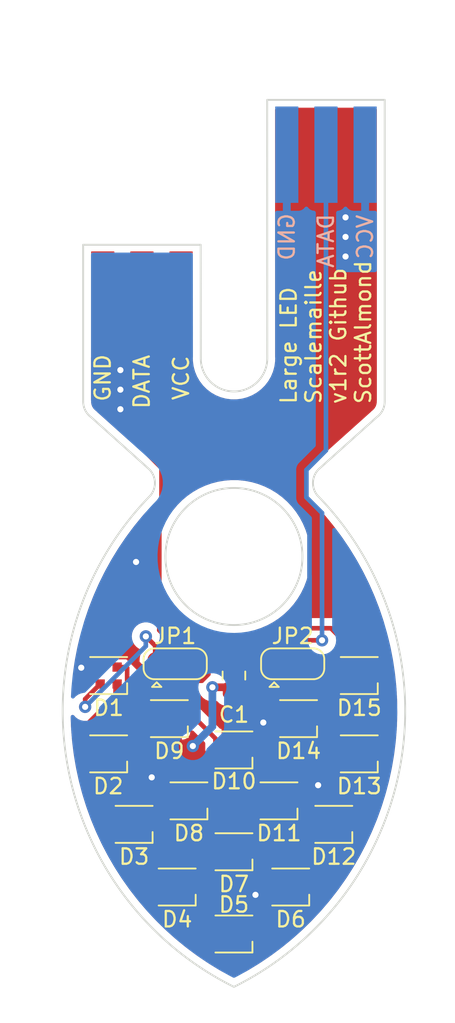
<source format=kicad_pcb>
(kicad_pcb (version 20210228) (generator pcbnew)
  (title_block (title "CCA Voice") (date "2021-05-01") (rev "v1r0") (company "MWS Fabrication"))
  (layers (0 "F.Cu" signal) (31 "B.Cu" signal) (34 "B.Paste" user) (35 "F.Paste" user) (36 "B.SilkS" user "B.Silkscreen") (37 "F.SilkS" user "F.Silkscreen") (38 "B.Mask" user) (39 "F.Mask" user) (44 "Edge.Cuts" user))
  (net 0 "")
  (net 1 "GND")
  (net 2 "DIN")
  (net 3 "VCC")
  (net 4 "Net-(D1-Pad2)")
  (net 5 "Net-(D2-Pad2)")
  (net 6 "Net-(D3-Pad2)")
  (net 7 "Net-(D4-Pad2)")
  (net 8 "Net-(D5-Pad2)")
  (net 9 "Net-(D6-Pad2)")
  (net 10 "DOUT")
  (net 11 "Net-(D7-Pad2)")
  (net 12 "Net-(D8-Pad2)")
  (net 13 "LED_ROW")
  (net 14 "Net-(D10-Pad2)")
  (net 15 "Net-(D11-Pad2)")
  (net 16 "Net-(D12-Pad2)")
  (net 17 "Net-(D14-Pad2)")
  (net 18 "Net-(JP1-Pad2)")
  (net 19 "Net-(D13-Pad2)")
  (net 20 "Net-(JP2-Pad2)")
  (footprint "Jumper:SolderJumper-3_P1.3mm_Open_RoundedPad1.0x1.5mm" (layer "F.Cu") (at 40.3225 40.259)
    (fp_text reference "JP2" (at 0 -1.8) (layer "F.SilkS"))
    (fp_text value "SolderJumper_3_Open")
    (fp_line (start -2.05 0.3) (end -2.05 -0.3) (layer "F.SilkS") (width 0.12))
    (fp_line (start -1.2 1.2) (end -1.5 1.5) (layer "F.SilkS") (width 0.12))
    (fp_line (start -1.4 -1) (end 1.4 -1) (layer "F.SilkS") (width 0.12))
    (fp_line (start 2.05 -0.3) (end 2.05 0.3) (layer "F.SilkS") (width 0.12))
    (fp_line (start 1.4 1) (end -1.4 1) (layer "F.SilkS") (width 0.12))
    (fp_line (start -1.2 1.2) (end -0.9 1.5) (layer "F.SilkS") (width 0.12))
    (fp_line (start -1.5 1.5) (end -0.9 1.5) (layer "F.SilkS") (width 0.12))
    (fp_arc (start -1.35 -0.3) (end -1.35 -1) (angle -90) (layer "F.SilkS") (width 0.12))
    (fp_arc (start 1.35 0.3) (end 1.35 1) (angle -90) (layer "F.SilkS") (width 0.12))
    (fp_arc (start -1.35 0.3) (end -2.05 0.3) (angle -90) (layer "F.SilkS") (width 0.12))
    (fp_arc (start 1.35 -0.3) (end 2.05 -0.3) (angle -90) (layer "F.SilkS") (width 0.12))
    (pad "1" smd custom (at -1.3 0) (size 1 0.5) (layers "F.Cu" "F.Mask") (net 10 "DOUT") (options (clearance outline) (anchor rect)) (primitives (gr_circle (center 0 0.25) (end 0.5 0.25) (width 0) (fill yes)) (gr_circle (center 0 -0.25) (end 0.5 -0.25) (width 0) (fill yes)) (gr_poly (pts (xy 0.55 -0.75) (xy 0 -0.75) (xy 0 0.75) (xy 0.55 0.75)) (width 0) (fill yes))))
    (pad "2" smd rect (at 0 0) (size 1 1.5) (layers "F.Cu" "F.Mask") (net 20 "Net-(JP2-Pad2)"))
    (pad "3" smd custom (at 1.3 0) (size 1 0.5) (layers "F.Cu" "F.Mask") (net 2 "DIN") (options (clearance outline) (anchor rect)) (primitives (gr_circle (center 0 0.25) (end 0.5 0.25) (width 0) (fill yes)) (gr_circle (center 0 -0.25) (end 0.5 -0.25) (width 0) (fill yes)) (gr_poly (pts (xy -0.55 -0.75) (xy 0 -0.75) (xy 0 0.75) (xy -0.55 0.75)) (width 0) (fill yes))))
  )
  (footprint "SK6805_2020:LED_SK6805_2.0x2.0mm" (layer "F.Cu") (at 40.7035 43.815)
    (fp_text reference "D14" (at 0 2.1 180) (layer "F.SilkS"))
    (fp_text value "SK6805")
    (fp_line (start -1.2 1.2) (end 1.2 1.2) (layer "F.SilkS") (width 0.12))
    (fp_line (start 1.2 1.2) (end 1.2 0.5) (layer "F.SilkS") (width 0.12))
    (fp_line (start -1.2 -1.2) (end 1.2 -1.2) (layer "F.SilkS") (width 0.12))
    (pad "1" smd rect (at 0.55 0.55) (size 0.6 0.6) (layers "F.Cu" "F.Paste" "F.Mask") (net 3 "VCC"))
    (pad "2" smd rect (at 0.55 -0.55) (size 0.6 0.6) (layers "F.Cu" "F.Paste" "F.Mask") (net 17 "Net-(D14-Pad2)"))
    (pad "3" smd rect (at -0.55 -0.55) (size 0.6 0.6) (layers "F.Cu" "F.Paste" "F.Mask") (net 1 "GND"))
    (pad "4" smd rect (at -0.55 0.55) (size 0.6 0.6) (layers "F.Cu" "F.Paste" "F.Mask") (net 19 "Net-(D13-Pad2)"))
  )
  (footprint "SMT_24AWG_Pad:SMT_24AWG_Pad" (layer "F.Cu") (at 33.0835 16.637 90)
    (fp_text reference "TP4")
    (fp_text value "VCC" (at -5.08 0 90 unlocked) (layer "F.SilkS"))
    (pad "1" smd rect (at 0 0 90) (size 6.25 1.5) (layers "F.Cu" "F.Paste" "F.Mask") (net 3 "VCC"))
  )
  (footprint "Fiducial:Fiducial_0.5mm_Mask1mm" (layer "F.Cu") (at 27.1145 38.227)
    (fp_text reference "FID2")
    (fp_text value "Fiducial")
    (pad "" smd circle (at 0 0) (size 0.5 0.5) (layers "F.Cu" "F.Mask") (clearance 0.25))
  )
  (footprint "SK6805_2020:LED_SK6805_2.0x2.0mm" (layer "F.Cu") (at 33.5915 49.149)
    (fp_text reference "D8" (at 0 2.1 180) (layer "F.SilkS"))
    (fp_text value "SK6805")
    (fp_line (start -1.2 -1.2) (end 1.2 -1.2) (layer "F.SilkS") (width 0.12))
    (fp_line (start -1.2 1.2) (end 1.2 1.2) (layer "F.SilkS") (width 0.12))
    (fp_line (start 1.2 1.2) (end 1.2 0.5) (layer "F.SilkS") (width 0.12))
    (pad "1" smd rect (at 0.55 0.55) (size 0.6 0.6) (layers "F.Cu" "F.Paste" "F.Mask") (net 3 "VCC"))
    (pad "2" smd rect (at 0.55 -0.55) (size 0.6 0.6) (layers "F.Cu" "F.Paste" "F.Mask") (net 12 "Net-(D8-Pad2)"))
    (pad "3" smd rect (at -0.55 -0.55) (size 0.6 0.6) (layers "F.Cu" "F.Paste" "F.Mask") (net 1 "GND"))
    (pad "4" smd rect (at -0.55 0.55) (size 0.6 0.6) (layers "F.Cu" "F.Paste" "F.Mask") (net 11 "Net-(D7-Pad2)"))
  )
  (footprint "SK6805_2020:LED_SK6805_2.0x2.0mm" (layer "F.Cu") (at 30.0355 50.673)
    (fp_text reference "D3" (at 0 2.1 180) (layer "F.SilkS"))
    (fp_text value "SK6805")
    (fp_line (start -1.2 1.2) (end 1.2 1.2) (layer "F.SilkS") (width 0.12))
    (fp_line (start -1.2 -1.2) (end 1.2 -1.2) (layer "F.SilkS") (width 0.12))
    (fp_line (start 1.2 1.2) (end 1.2 0.5) (layer "F.SilkS") (width 0.12))
    (pad "1" smd rect (at 0.55 0.55) (size 0.6 0.6) (layers "F.Cu" "F.Paste" "F.Mask") (net 3 "VCC"))
    (pad "2" smd rect (at 0.55 -0.55) (size 0.6 0.6) (layers "F.Cu" "F.Paste" "F.Mask") (net 6 "Net-(D3-Pad2)"))
    (pad "3" smd rect (at -0.55 -0.55) (size 0.6 0.6) (layers "F.Cu" "F.Paste" "F.Mask") (net 1 "GND"))
    (pad "4" smd rect (at -0.55 0.55) (size 0.6 0.6) (layers "F.Cu" "F.Paste" "F.Mask") (net 5 "Net-(D2-Pad2)"))
  )
  (footprint "SK6805_2020:LED_SK6805_2.0x2.0mm" (layer "F.Cu") (at 32.3215 43.815)
    (fp_text reference "D9" (at 0 2.1 180) (layer "F.SilkS"))
    (fp_text value "SK6805")
    (fp_line (start 1.2 1.2) (end 1.2 0.5) (layer "F.SilkS") (width 0.12))
    (fp_line (start -1.2 -1.2) (end 1.2 -1.2) (layer "F.SilkS") (width 0.12))
    (fp_line (start -1.2 1.2) (end 1.2 1.2) (layer "F.SilkS") (width 0.12))
    (pad "1" smd rect (at 0.55 0.55) (size 0.6 0.6) (layers "F.Cu" "F.Paste" "F.Mask") (net 3 "VCC"))
    (pad "2" smd rect (at 0.55 -0.55) (size 0.6 0.6) (layers "F.Cu" "F.Paste" "F.Mask") (net 13 "LED_ROW"))
    (pad "3" smd rect (at -0.55 -0.55) (size 0.6 0.6) (layers "F.Cu" "F.Paste" "F.Mask") (net 1 "GND"))
    (pad "4" smd rect (at -0.55 0.55) (size 0.6 0.6) (layers "F.Cu" "F.Paste" "F.Mask") (net 12 "Net-(D8-Pad2)"))
  )
  (footprint "SK6805_2020:LED_SK6805_2.0x2.0mm" (layer "F.Cu") (at 39.4335 49.149)
    (fp_text reference "D11" (at 0 2.1 180) (layer "F.SilkS"))
    (fp_text value "SK6805")
    (fp_line (start -1.2 -1.2) (end 1.2 -1.2) (layer "F.SilkS") (width 0.12))
    (fp_line (start -1.2 1.2) (end 1.2 1.2) (layer "F.SilkS") (width 0.12))
    (fp_line (start 1.2 1.2) (end 1.2 0.5) (layer "F.SilkS") (width 0.12))
    (pad "1" smd rect (at 0.55 0.55) (size 0.6 0.6) (layers "F.Cu" "F.Paste" "F.Mask") (net 3 "VCC"))
    (pad "2" smd rect (at 0.55 -0.55) (size 0.6 0.6) (layers "F.Cu" "F.Paste" "F.Mask") (net 15 "Net-(D11-Pad2)"))
    (pad "3" smd rect (at -0.55 -0.55) (size 0.6 0.6) (layers "F.Cu" "F.Paste" "F.Mask") (net 1 "GND"))
    (pad "4" smd rect (at -0.55 0.55) (size 0.6 0.6) (layers "F.Cu" "F.Paste" "F.Mask") (net 14 "Net-(D10-Pad2)"))
  )
  (footprint "Jumper:SolderJumper-3_P1.3mm_Open_RoundedPad1.0x1.5mm" (layer "F.Cu") (at 32.7025 40.259)
    (fp_text reference "JP1" (at 0 -1.8) (layer "F.SilkS"))
    (fp_text value "SolderJumper_3_Open")
    (fp_line (start -2.05 0.3) (end -2.05 -0.3) (layer "F.SilkS") (width 0.12))
    (fp_line (start -1.2 1.2) (end -1.5 1.5) (layer "F.SilkS") (width 0.12))
    (fp_line (start -1.5 1.5) (end -0.9 1.5) (layer "F.SilkS") (width 0.12))
    (fp_line (start -1.4 -1) (end 1.4 -1) (layer "F.SilkS") (width 0.12))
    (fp_line (start 2.05 -0.3) (end 2.05 0.3) (layer "F.SilkS") (width 0.12))
    (fp_line (start -1.2 1.2) (end -0.9 1.5) (layer "F.SilkS") (width 0.12))
    (fp_line (start 1.4 1) (end -1.4 1) (layer "F.SilkS") (width 0.12))
    (fp_arc (start -1.35 -0.3) (end -1.35 -1) (angle -90) (layer "F.SilkS") (width 0.12))
    (fp_arc (start 1.35 0.3) (end 1.35 1) (angle -90) (layer "F.SilkS") (width 0.12))
    (fp_arc (start 1.35 -0.3) (end 2.05 -0.3) (angle -90) (layer "F.SilkS") (width 0.12))
    (fp_arc (start -1.35 0.3) (end -2.05 0.3) (angle -90) (layer "F.SilkS") (width 0.12))
    (pad "1" smd custom (at -1.3 0) (size 1 0.5) (layers "F.Cu" "F.Mask") (net 2 "DIN") (options (clearance outline) (anchor rect)) (primitives (gr_circle (center 0 0.25) (end 0.5 0.25) (width 0) (fill yes)) (gr_circle (center 0 -0.25) (end 0.5 -0.25) (width 0) (fill yes)) (gr_poly (pts (xy 0.55 -0.75) (xy 0 -0.75) (xy 0 0.75) (xy 0.55 0.75)) (width 0) (fill yes))))
    (pad "2" smd rect (at 0 0) (size 1 1.5) (layers "F.Cu" "F.Mask") (net 18 "Net-(JP1-Pad2)"))
    (pad "3" smd custom (at 1.3 0) (size 1 0.5) (layers "F.Cu" "F.Mask") (net 10 "DOUT") (options (clearance outline) (anchor rect)) (primitives (gr_circle (center 0 0.25) (end 0.5 0.25) (width 0) (fill yes)) (gr_circle (center 0 -0.25) (end 0.5 -0.25) (width 0) (fill yes)) (gr_poly (pts (xy -0.55 -0.75) (xy 0 -0.75) (xy 0 0.75) (xy -0.55 0.75)) (width 0) (fill yes))))
  )
  (footprint "SK6805_2020:LED_SK6805_2.0x2.0mm" (layer "F.Cu") (at 44.6405 46.101)
    (fp_text reference "D13" (at 0 2.1 180) (layer "F.SilkS"))
    (fp_text value "SK6805")
    (fp_line (start -1.2 1.2) (end 1.2 1.2) (layer "F.SilkS") (width 0.12))
    (fp_line (start 1.2 1.2) (end 1.2 0.5) (layer "F.SilkS") (width 0.12))
    (fp_line (start -1.2 -1.2) (end 1.2 -1.2) (layer "F.SilkS") (width 0.12))
    (pad "1" smd rect (at 0.55 0.55) (size 0.6 0.6) (layers "F.Cu" "F.Paste" "F.Mask") (net 3 "VCC"))
    (pad "2" smd rect (at 0.55 -0.55) (size 0.6 0.6) (layers "F.Cu" "F.Paste" "F.Mask") (net 19 "Net-(D13-Pad2)"))
    (pad "3" smd rect (at -0.55 -0.55) (size 0.6 0.6) (layers "F.Cu" "F.Paste" "F.Mask") (net 1 "GND"))
    (pad "4" smd rect (at -0.55 0.55) (size 0.6 0.6) (layers "F.Cu" "F.Paste" "F.Mask") (net 16 "Net-(D12-Pad2)"))
  )
  (footprint "SMT_24AWG_Pad:SMT_24AWG_Pad" (layer "F.Cu") (at 30.5435 16.637 90)
    (fp_text reference "TP5")
    (fp_text value "DATA" (at -5.334 -0.010011 90 unlocked) (layer "F.SilkS"))
    (pad "1" smd rect (at 0 0 90) (size 6.25 1.5) (layers "F.Cu" "F.Paste" "F.Mask") (net 18 "Net-(JP1-Pad2)"))
  )
  (footprint "SK6805_2020:LED_SK6805_2.0x2.0mm" (layer "F.Cu") (at 28.3845 41.021)
    (fp_text reference "D1" (at 0 2.1 180) (layer "F.SilkS"))
    (fp_text value "SK6805")
    (fp_line (start -1.2 -1.2) (end 1.2 -1.2) (layer "F.SilkS") (width 0.12))
    (fp_line (start -1.2 1.2) (end 1.2 1.2) (layer "F.SilkS") (width 0.12))
    (fp_line (start 1.2 1.2) (end 1.2 0.5) (layer "F.SilkS") (width 0.12))
    (pad "1" smd rect (at 0.55 0.55) (size 0.6 0.6) (layers "F.Cu" "F.Paste" "F.Mask") (net 3 "VCC"))
    (pad "2" smd rect (at 0.55 -0.55) (size 0.6 0.6) (layers "F.Cu" "F.Paste" "F.Mask") (net 4 "Net-(D1-Pad2)"))
    (pad "3" smd rect (at -0.55 -0.55) (size 0.6 0.6) (layers "F.Cu" "F.Paste" "F.Mask") (net 1 "GND"))
    (pad "4" smd rect (at -0.55 0.55) (size 0.6 0.6) (layers "F.Cu" "F.Paste" "F.Mask") (net 2 "DIN"))
  )
  (footprint "SK6805_2020:LED_SK6805_2.0x2.0mm" (layer "F.Cu") (at 32.8295 54.737)
    (fp_text reference "D4" (at 0 2.1 180) (layer "F.SilkS"))
    (fp_text value "SK6805")
    (fp_line (start -1.2 -1.2) (end 1.2 -1.2) (layer "F.SilkS") (width 0.12))
    (fp_line (start 1.2 1.2) (end 1.2 0.5) (layer "F.SilkS") (width 0.12))
    (fp_line (start -1.2 1.2) (end 1.2 1.2) (layer "F.SilkS") (width 0.12))
    (pad "1" smd rect (at 0.55 0.55) (size 0.6 0.6) (layers "F.Cu" "F.Paste" "F.Mask") (net 3 "VCC"))
    (pad "2" smd rect (at 0.55 -0.55) (size 0.6 0.6) (layers "F.Cu" "F.Paste" "F.Mask") (net 7 "Net-(D4-Pad2)"))
    (pad "3" smd rect (at -0.55 -0.55) (size 0.6 0.6) (layers "F.Cu" "F.Paste" "F.Mask") (net 1 "GND"))
    (pad "4" smd rect (at -0.55 0.55) (size 0.6 0.6) (layers "F.Cu" "F.Paste" "F.Mask") (net 6 "Net-(D3-Pad2)"))
  )
  (footprint "Capacitor_SMD:C_0805_2012Metric" (layer "F.Cu") (at 36.5125 41.021 90)
    (fp_text reference "C1" (at -2.54 0) (layer "F.SilkS"))
    (fp_text value "10 uF")
    (fp_line (start -0.261252 0.735) (end 0.261252 0.735) (layer "F.SilkS") (width 0.12))
    (fp_line (start -0.261252 -0.735) (end 0.261252 -0.735) (layer "F.SilkS") (width 0.12))
    (pad "1" smd roundrect (at -0.95 0 90) (size 1 1.45) (layers "F.Cu" "F.Paste" "F.Mask") (net 3 "VCC"))
    (pad "2" smd roundrect (at 0.95 0 90) (size 1 1.45) (layers "F.Cu" "F.Paste" "F.Mask") (net 1 "GND"))
  )
  (footprint "SK6805_2020:LED_SK6805_2.0x2.0mm" (layer "F.Cu") (at 36.5125 52.451)
    (fp_text reference "D7" (at 0 2.1 180) (layer "F.SilkS"))
    (fp_text value "SK6805")
    (fp_line (start -1.2 1.2) (end 1.2 1.2) (layer "F.SilkS") (width 0.12))
    (fp_line (start -1.2 -1.2) (end 1.2 -1.2) (layer "F.SilkS") (width 0.12))
    (fp_line (start 1.2 1.2) (end 1.2 0.5) (layer "F.SilkS") (width 0.12))
    (pad "1" smd rect (at 0.55 0.55) (size 0.6 0.6) (layers "F.Cu" "F.Paste" "F.Mask") (net 3 "VCC"))
    (pad "2" smd rect (at 0.55 -0.55) (size 0.6 0.6) (layers "F.Cu" "F.Paste" "F.Mask") (net 11 "Net-(D7-Pad2)"))
    (pad "3" smd rect (at -0.55 -0.55) (size 0.6 0.6) (layers "F.Cu" "F.Paste" "F.Mask") (net 1 "GND"))
    (pad "4" smd rect (at -0.55 0.55) (size 0.6 0.6) (layers "F.Cu" "F.Paste" "F.Mask") (net 9 "Net-(D6-Pad2)"))
  )
  (footprint "SK6805_2020:LED_SK6805_2.0x2.0mm" (layer "F.Cu") (at 36.5125 57.785)
    (fp_text reference "D5" (at 0 -1.905 180) (layer "F.SilkS"))
    (fp_text value "SK6805")
    (fp_line (start -1.2 1.2) (end 1.2 1.2) (layer "F.SilkS") (width 0.12))
    (fp_line (start 1.2 1.2) (end 1.2 0.5) (layer "F.SilkS") (width 0.12))
    (fp_line (start -1.2 -1.2) (end 1.2 -1.2) (layer "F.SilkS") (width 0.12))
    (pad "1" smd rect (at 0.55 0.55) (size 0.6 0.6) (layers "F.Cu" "F.Paste" "F.Mask") (net 3 "VCC"))
    (pad "2" smd rect (at 0.55 -0.55) (size 0.6 0.6) (layers "F.Cu" "F.Paste" "F.Mask") (net 8 "Net-(D5-Pad2)"))
    (pad "3" smd rect (at -0.55 -0.55) (size 0.6 0.6) (layers "F.Cu" "F.Paste" "F.Mask") (net 1 "GND"))
    (pad "4" smd rect (at -0.55 0.55) (size 0.6 0.6) (layers "F.Cu" "F.Paste" "F.Mask") (net 7 "Net-(D4-Pad2)"))
  )
  (footprint "Fiducial:Fiducial_0.5mm_Mask1mm" (layer "F.Cu") (at 36.5125 60.198)
    (fp_text reference "FID1")
    (fp_text value "Fiducial")
    (pad "" smd circle (at 0 0) (size 0.5 0.5) (layers "F.Cu" "F.Mask") (clearance 0.25))
  )
  (footprint "SK6805_2020:LED_SK6805_2.0x2.0mm" (layer "F.Cu") (at 36.5125 45.847)
    (fp_text reference "D10" (at 0 2.032 180) (layer "F.SilkS"))
    (fp_text value "SK6805")
    (fp_line (start -1.2 1.2) (end 1.2 1.2) (layer "F.SilkS") (width 0.12))
    (fp_line (start 1.2 1.2) (end 1.2 0.5) (layer "F.SilkS") (width 0.12))
    (fp_line (start -1.2 -1.2) (end 1.2 -1.2) (layer "F.SilkS") (width 0.12))
    (pad "1" smd rect (at 0.55 0.55) (size 0.6 0.6) (layers "F.Cu" "F.Paste" "F.Mask") (net 3 "VCC"))
    (pad "2" smd rect (at 0.55 -0.55) (size 0.6 0.6) (layers "F.Cu" "F.Paste" "F.Mask") (net 14 "Net-(D10-Pad2)"))
    (pad "3" smd rect (at -0.55 -0.55) (size 0.6 0.6) (layers "F.Cu" "F.Paste" "F.Mask") (net 1 "GND"))
    (pad "4" smd rect (at -0.55 0.55) (size 0.6 0.6) (layers "F.Cu" "F.Paste" "F.Mask") (net 13 "LED_ROW"))
  )
  (footprint "SK6805_2020:LED_SK6805_2.0x2.0mm" (layer "F.Cu") (at 44.6405 41.021)
    (fp_text reference "D15" (at 0 2.1 180) (layer "F.SilkS"))
    (fp_text value "SK6805")
    (fp_line (start 1.2 1.2) (end 1.2 0.5) (layer "F.SilkS") (width 0.12))
    (fp_line (start -1.2 1.2) (end 1.2 1.2) (layer "F.SilkS") (width 0.12))
    (fp_line (start -1.2 -1.2) (end 1.2 -1.2) (layer "F.SilkS") (width 0.12))
    (pad "1" smd rect (at 0.55 0.55) (size 0.6 0.6) (layers "F.Cu" "F.Paste" "F.Mask") (net 3 "VCC"))
    (pad "2" smd rect (at 0.55 -0.55) (size 0.6 0.6) (layers "F.Cu" "F.Paste" "F.Mask") (net 10 "DOUT"))
    (pad "3" smd rect (at -0.55 -0.55) (size 0.6 0.6) (layers "F.Cu" "F.Paste" "F.Mask") (net 1 "GND"))
    (pad "4" smd rect (at -0.55 0.55) (size 0.6 0.6) (layers "F.Cu" "F.Paste" "F.Mask") (net 17 "Net-(D14-Pad2)"))
  )
  (footprint "Fiducial:Fiducial_0.5mm_Mask1mm" (layer "F.Cu") (at 45.9105 38.227)
    (fp_text reference "FID3")
    (fp_text value "Fiducial")
    (pad "" smd circle (at 0 0) (size 0.5 0.5) (layers "F.Cu" "F.Mask") (clearance 0.25))
  )
  (footprint "SK6805_2020:LED_SK6805_2.0x2.0mm" (layer "F.Cu") (at 28.3845 46.101)
    (fp_text reference "D2" (at -0.0264 2.0992 180) (layer "F.SilkS"))
    (fp_text value "SK6805")
    (fp_line (start -1.2 1.2) (end 1.2 1.2) (layer "F.SilkS") (width 0.12))
    (fp_line (start -1.2 -1.2) (end 1.2 -1.2) (layer "F.SilkS") (width 0.12))
    (fp_line (start 1.2 1.2) (end 1.2 0.5) (layer "F.SilkS") (width 0.12))
    (pad "1" smd rect (at 0.55 0.55) (size 0.6 0.6) (layers "F.Cu" "F.Paste" "F.Mask") (net 3 "VCC"))
    (pad "2" smd rect (at 0.55 -0.55) (size 0.6 0.6) (layers "F.Cu" "F.Paste" "F.Mask") (net 5 "Net-(D2-Pad2)"))
    (pad "3" smd rect (at -0.55 -0.55) (size 0.6 0.6) (layers "F.Cu" "F.Paste" "F.Mask") (net 1 "GND"))
    (pad "4" smd rect (at -0.55 0.55) (size 0.6 0.6) (layers "F.Cu" "F.Paste" "F.Mask") (net 4 "Net-(D1-Pad2)"))
  )
  (footprint "SK6805_2020:LED_SK6805_2.0x2.0mm" (layer "F.Cu") (at 40.1955 54.737)
    (fp_text reference "D6" (at 0 2.1 180) (layer "F.SilkS"))
    (fp_text value "SK6805")
    (fp_line (start -1.2 -1.2) (end 1.2 -1.2) (layer "F.SilkS") (width 0.12))
    (fp_line (start -1.2 1.2) (end 1.2 1.2) (layer "F.SilkS") (width 0.12))
    (fp_line (start 1.2 1.2) (end 1.2 0.5) (layer "F.SilkS") (width 0.12))
    (pad "1" smd rect (at 0.55 0.55) (size 0.6 0.6) (layers "F.Cu" "F.Paste" "F.Mask") (net 3 "VCC"))
    (pad "2" smd rect (at 0.55 -0.55) (size 0.6 0.6) (layers "F.Cu" "F.Paste" "F.Mask") (net 9 "Net-(D6-Pad2)"))
    (pad "3" smd rect (at -0.55 -0.55) (size 0.6 0.6) (layers "F.Cu" "F.Paste" "F.Mask") (net 1 "GND"))
    (pad "4" smd rect (at -0.55 0.55) (size 0.6 0.6) (layers "F.Cu" "F.Paste" "F.Mask") (net 8 "Net-(D5-Pad2)"))
  )
  (footprint "SMT_24AWG_Pad:SMT_24AWG_Pad" (layer "F.Cu") (at 28.0035 16.637 90)
    (fp_text reference "TP2")
    (fp_text value "GND" (at -5.08 0 90 unlocked) (layer "F.SilkS"))
    (pad "1" smd rect (at 0 0 90) (size 6.25 1.5) (layers "F.Cu" "F.Paste" "F.Mask") (net 1 "GND"))
  )
  (footprint "SK6805_2020:LED_SK6805_2.0x2.0mm" (layer "F.Cu") (at 42.9895 50.673)
    (fp_text reference "D12" (at 0 2.1 180) (layer "F.SilkS"))
    (fp_text value "SK6805")
    (fp_line (start -1.2 -1.2) (end 1.2 -1.2) (layer "F.SilkS") (width 0.12))
    (fp_line (start -1.2 1.2) (end 1.2 1.2) (layer "F.SilkS") (width 0.12))
    (fp_line (start 1.2 1.2) (end 1.2 0.5) (layer "F.SilkS") (width 0.12))
    (pad "1" smd rect (at 0.55 0.55) (size 0.6 0.6) (layers "F.Cu" "F.Paste" "F.Mask") (net 3 "VCC"))
    (pad "2" smd rect (at 0.55 -0.55) (size 0.6 0.6) (layers "F.Cu" "F.Paste" "F.Mask") (net 16 "Net-(D12-Pad2)"))
    (pad "3" smd rect (at -0.55 -0.55) (size 0.6 0.6) (layers "F.Cu" "F.Paste" "F.Mask") (net 1 "GND"))
    (pad "4" smd rect (at -0.55 0.55) (size 0.6 0.6) (layers "F.Cu" "F.Paste" "F.Mask") (net 15 "Net-(D11-Pad2)"))
  )
  (footprint "SMT_24AWG_Pad:SMT_24AWG_Pad" (layer "B.Cu") (at 39.9415 7.239 -90)
    (fp_text reference "TP1")
    (fp_text value "GND" (at 5.334 0 90 unlocked) (layer "B.SilkS") (effects (justify mirror)))
    (pad "1" smd rect (at 0 0 270) (size 6.25 1.5) (layers "B.Cu" "B.Paste" "B.Mask") (net 1 "GND"))
  )
  (footprint "SMT_24AWG_Pad:SMT_24AWG_Pad" (layer "B.Cu") (at 42.4815 7.239 -90)
    (fp_text reference "TP6")
    (fp_text value "DATA" (at 5.588 0 90 unlocked) (layer "B.SilkS") (effects (justify mirror)))
    (pad "1" smd rect (at 0 0 270) (size 6.25 1.5) (layers "B.Cu" "B.Paste" "B.Mask") (net 20 "Net-(JP2-Pad2)"))
  )
  (footprint "SMT_24AWG_Pad:SMT_24AWG_Pad" (layer "B.Cu") (at 45.0215 7.239 90)
    (fp_text reference "TP3")
    (fp_text value "VCC" (at -5.334 0 90 unlocked) (layer "B.SilkS") (effects (justify mirror)))
    (pad "1" smd rect (at 0 0 90) (size 6.25 1.5) (layers "B.Cu" "B.Paste" "B.Mask") (net 3 "VCC"))
  )
  (gr_line (start 42.1005 27.558999) (end 45.7835 24.257) (layer "Edge.Cuts") (width 0.12))
  (gr_arc (start 45.386248 43.309295) (end 31.1 29.337) (angle -108) (layer "Edge.Cuts") (width 0.12))
  (gr_arc (start 42.901749 28.53575) (end 42.1005 27.558999) (angle -90) (layer "Edge.Cuts") (width 0.12))
  (gr_line (start 26.7335 13.081) (end 26.7335 23.241) (layer "Edge.Cuts") (width 0.12))
  (gr_arc (start 36.511461 20.444816) (end 34.359758 20.445853) (angle -90) (layer "Edge.Cuts") (width 0.12))
  (gr_arc (start 30.12325 28.535748) (end 31.1 29.337) (angle -90) (layer "Edge.Cuts") (width 0.12))
  (gr_line (start 46.2915 3.683) (end 46.2915 23.241) (layer "Edge.Cuts") (width 0.12))
  (gr_arc (start 45.04904 23.254769) (end 45.7835 24.257) (angle -54.4) (layer "Edge.Cuts") (width 0.12))
  (gr_arc (start 36.519435 20.439313) (end 36.5125 22.596516) (angle -90) (layer "Edge.Cuts") (width 0.12))
  (gr_line (start 30.9245 27.558999) (end 27.2415 24.257) (layer "Edge.Cuts") (width 0.12))
  (gr_arc (start 27.975221 23.255139) (end 27.2415 24.257) (angle 54.43489273) (layer "Edge.Cuts") (width 0.12))
  (gr_line (start 26.7335 13.081) (end 34.3535 13.081) (layer "Edge.Cuts") (width 0.12))
  (gr_circle (center 36.5125 33.30001) (end 40.9575 33.30001) (layer "Edge.Cuts") (width 0.12) (fill none))
  (gr_line (start 38.6715 3.683) (end 38.676637 20.446247) (layer "Edge.Cuts") (width 0.12))
  (gr_line (start 34.3535 13.081) (end 34.359758 20.445853) (layer "Edge.Cuts") (width 0.12))
  (gr_line (start 38.6715 3.683) (end 46.2915 3.683) (layer "Edge.Cuts") (width 0.12))
  (gr_arc (start 27.638752 43.309294) (end 41.925 29.337) (angle 108) (layer "Edge.Cuts") (width 0.12))
  (gr_text "Large LED\nScalemaille\nv1r2 Github\nScottAlmond\n" (at 42.4815 23.495 90) (layer "F.SilkS") (effects (font (size 1 1)) (justify left)))
  (segment (start 28.184489 44.904011) (end 30.5435 42.545) (width 0.5) (layer "F.Cu") (net 1))
  (segment (start 30.45248 40.540424) (end 29.633045 39.720989) (width 0.5) (layer "F.Cu") (net 1))
  (segment (start 27.779511 40.416011) (end 27.8345 40.471) (width 0.5) (layer "F.Cu") (net 1))
  (segment (start 27.8345 45.551) (end 27.9185 45.551) (width 0.5) (layer "F.Cu") (net 1))
  (segment (start 44.0905 45.551) (end 43.2855 45.551) (width 0.5) (layer "F.Cu") (net 1))
  (segment (start 35.9625 51.901) (end 35.2845 51.901) (width 0.5) (layer "F.Cu") (net 1))
  (segment (start 35.2845 51.901) (end 34.7345 52.451) (width 0.5) (layer "F.Cu") (net 1))
  (segment (start 35.9625 57.235) (end 35.9625 54.568) (width 0.5) (layer "F.Cu") (net 1))
  (segment (start 32.2795 54.187) (end 32.2795 51.477) (width 0.5) (layer "F.Cu") (net 1))
  (segment (start 29.4855 50.123) (end 29.4855 49.953) (width 0.5) (layer "F.Cu") (net 1))
  (segment (start 31.7715 43.265) (end 31.7715 42.376) (width 0.5) (layer "F.Cu") (net 1))
  (segment (start 29.633045 39.720989) (end 27.779511 39.720989) (width 0.5) (layer "F.Cu") (net 1))
  (segment (start 28.184489 45.285011) (end 28.184489 44.904011) (width 0.5) (layer "F.Cu") (net 1))
  (segment (start 29.4855 49.953) (end 30.7975 48.641) (width 0.5) (layer "F.Cu") (net 1))
  (segment (start 32.3635 48.599) (end 33.0415 48.599) (width 0.5) (layer "F.Cu") (net 1))
  (segment (start 44.0905 40.471) (end 43.6665 40.471) (width 0.5) (layer "F.Cu") (net 1))
  (segment (start 32.2795 48.683) (end 32.3635 48.599) (width 0.5) (layer "F.Cu") (net 1))
  (segment (start 35.9625 45.297) (end 35.9625 44.154) (width 0.5) (layer "F.Cu") (net 1))
  (segment (start 43.2855 45.551) (end 42.7355 46.101) (width 0.5) (layer "F.Cu") (net 1))
  (segment (start 32.2795 54.187) (end 32.2795 48.683) (width 0.5) (layer "F.Cu") (net 1))
  (segment (start 36.5125 40.071) (end 36.5125 40.091556) (width 0.5) (layer "F.Cu") (net 1))
  (segment (start 27.779511 39.720989) (end 27.779511 40.416011) (width 0.5) (layer "F.Cu") (net 1))
  (segment (start 31.7715 42.376) (end 30.45248 41.05698) (width 0.5) (layer "F.Cu") (net 1))
  (segment (start 27.9185 45.551) (end 28.184489 45.285011) (width 0.5) (layer "F.Cu") (net 1))
  (segment (start 43.6665 40.471) (end 42.3545 41.783) (width 0.5) (layer "F.Cu") (net 1))
  (segment (start 30.45248 41.05698) (end 30.45248 40.540424) (width 0.5) (layer "F.Cu") (net 1))
  (segment (start 36.5125 40.091556) (end 38.711944 42.291) (width 0.5) (layer "F.Cu") (net 1))
  (via (at 30.1625 33.655) (size 0.8) (drill 0.4) (layers "F.Cu" "B.Cu") (net 1))
  (via (at 29.1465 21.209) (size 0.8) (drill 0.4) (layers "F.Cu" "B.Cu") (net 1))
  (via (at 37.9095 55.245) (size 0.8) (drill 0.4) (layers "F.Cu" "B.Cu") (net 1))
  (via (at 31.1785 47.625) (size 0.8) (drill 0.4) (layers "F.Cu" "B.Cu") (net 1))
  (via (at 38.4175 44.069) (size 0.8) (drill 0.4) (layers "F.Cu" "B.Cu") (net 1))
  (via (at 41.9735 48.133) (size 0.8) (drill 0.4) (layers "F.Cu" "B.Cu") (net 1))
  (via (at 29.1465 23.749) (size 0.8) (drill 0.4) (layers "F.Cu" "B.Cu") (net 1))
  (via (at 29.1465 22.479) (size 0.8) (drill 0.4) (layers "F.Cu" "B.Cu") (net 1))
  (via (at 26.6065 40.513) (size 0.8) (drill 0.4) (layers "F.Cu" "B.Cu") (net 1))
  (segment (start 41.4147 31.115) (end 41.4147 35.814) (width 0.3) (layer "B.Cu") (net 1))
  (segment (start 26.8605 43.053) (end 26.8605 42.545) (width 0.3) (layer "F.Cu") (net 2))
  (segment (start 41.267513 41.35902) (end 38.62852 41.35902) (width 0.3) (layer "F.Cu") (net 2))
  (segment (start 35.788962 39.22098) (end 34.85252 40.157422) (width 0.3) (layer "F.Cu") (net 2))
  (segment (start 34.85252 40.935963) (end 34.85252 40.157422) (width 0.3) (layer "F.Cu") (net 2))
  (segment (start 31.4025 40.259) (end 31.4025 40.83902) (width 0.3) (layer "F.Cu") (net 2))
  (segment (start 34.85252 40.157422) (end 34.85252 40.50402) (width 0.3) (layer "F.Cu") (net 2))
  (segment (start 26.8605 42.545) (end 27.8345 41.571) (width 0.3) (layer "F.Cu") (net 2))
  (segment (start 31.4025 40.259) (end 31.4025 39.086) (width 0.3) (layer "F.Cu") (net 2))
  (segment (start 41.6225 40.259) (end 41.6225 41.004033) (width 0.3) (layer "F.Cu") (net 2))
  (segment (start 38.62852 41.35902) (end 38.1 40.8305) (width 0.3) (layer "F.Cu") (net 2))
  (segment (start 31.4025 39.086) (end 30.7975 38.481) (width 0.3) (layer "F.Cu") (net 2))
  (segment (start 31.922491 41.359011) (end 34.429472 41.359011) (width 0.3) (layer "F.Cu") (net 2))
  (segment (start 41.6225 41.004033) (end 41.267513 41.35902) (width 0.3) (layer "F.Cu") (net 2))
  (segment (start 34.429472 41.359011) (end 34.85252 40.935963) (width 0.3) (layer "F.Cu") (net 2))
  (segment (start 31.4025 40.83902) (end 31.922491 41.359011) (width 0.3) (layer "F.Cu") (net 2))
  (segment (start 38.1 40.8305) (end 38.1 40.084942) (width 0.3) (layer "F.Cu") (net 2))
  (segment (start 37.236038 39.22098) (end 35.788962 39.22098) (width 0.3) (layer "F.Cu") (net 2))
  (segment (start 38.1 40.084942) (end 37.236038 39.22098) (width 0.3) (layer "F.Cu") (net 2))
  (via (at 30.7975 38.481) (size 0.8) (drill 0.4) (layers "F.Cu" "B.Cu") (net 2))
  (via (at 26.8605 43.053) (size 0.8) (drill 0.4) (layers "F.Cu" "B.Cu") (net 2))
  (segment (start 30.7975 38.481) (end 30.7975 39.116) (width 0.3) (layer "B.Cu") (net 2))
  (segment (start 30.7975 39.116) (end 26.8605 43.053) (width 0.3) (layer "B.Cu") (net 2))
  (segment (start 37.526944 53.001) (end 38.584944 51.943) (width 0.5) (layer "F.Cu") (net 3))
  (segment (start 33.8455 45.593) (end 33.2105 45.593) (width 0.5) (layer "F.Cu") (net 3))
  (segment (start 45.634469 44.300969) (end 45.9105 44.577) (width 0.5) (layer "F.Cu") (net 3))
  (segment (start 35.1155 41.783) (end 36.3245 41.783) (width 0.5) (layer "F.Cu") (net 3))
  (segment (start 28.9345 41.571) (end 28.9345 42.372424) (width 0.5) (layer "F.Cu") (net 3))
  (segment (start 26.475924 44.831) (end 26.475924 46.702444) (width 0.5) (layer "F.Cu") (net 3))
  (segment (start 32.8715 45.254) (end 32.8715 44.365) (width 0.5) (layer "F.Cu") (net 3))
  (segment (start 28.9345 47.202) (end 28.2575 47.879) (width 0.5) (layer "F.Cu") (net 3))
  (segment (start 27.65248 47.879) (end 28.2575 47.879) (width 0.5) (layer "F.Cu") (net 3))
  (segment (start 36.3245 41.783) (end 36.5125 41.971) (width 0.5) (layer "F.Cu") (net 3))
  (segment (start 37.0625 46.397) (end 37.0625 49.361) (width 0.5) (layer "F.Cu") (net 3))
  (segment (start 26.475924 46.702444) (end 27.65248 47.879) (width 0.5) (layer "F.Cu") (net 3))
  (segment (start 28.9345 46.651) (end 28.9345 47.202) (width 0.5) (layer "F.Cu") (net 3))
  (segment (start 28.9345 42.372424) (end 26.475924 44.831) (width 0.5) (layer "F.Cu") (net 3))
  (segment (start 41.317531 44.300969) (end 45.634469 44.300969) (width 0.5) (layer "F.Cu") (net 3))
  (segment (start 37.0625 53.001) (end 37.526944 53.001) (width 0.5) (layer "F.Cu") (net 3))
  (segment (start 38.584944 51.943) (end 38.9255 51.943) (width 0.5) (layer "F.Cu") (net 3))
  (segment (start 41.2535 44.365) (end 41.317531 44.300969) (width 0.5) (layer "F.Cu") (net 3))
  (segment (start 33.2105 45.593) (end 32.8715 45.254) (width 0.5) (layer "F.Cu") (net 3))
  (via (at 33.8455 45.593) (size 0.8) (drill 0.4) (layers "F.Cu" "B.Cu") (net 3))
  (via (at 43.7515 12.573) (size 0.8) (drill 0.4) (layers "F.Cu" "B.Cu") (net 3))
  (via (at 43.7515 11.303) (size 0.8) (drill 0.4) (layers "F.Cu" "B.Cu") (net 3))
  (via (at 43.7515 13.843) (size 0.8) (drill 0.4) (layers "F.Cu" "B.Cu") (net 3))
  (via (at 35.1155 41.783) (size 0.8) (drill 0.4) (layers "F.Cu" "B.Cu") (net 3))
  (segment (start 35.1155 44.323) (end 35.1155 41.783) (width 0.5) (layer "B.Cu") (net 3))
  (segment (start 33.8455 45.593) (end 35.1155 44.323) (width 0.5) (layer "B.Cu") (net 3))
  (segment (start 29.5345 40.471) (end 29.584511 40.521011) (width 0.3) (layer "F.Cu") (net 4))
  (segment (start 27.1145 45.931) (end 27.8345 46.651) (width 0.3) (layer "F.Cu") (net 4))
  (segment (start 29.584511 40.521011) (end 29.584511 42.570969) (width 0.3) (layer "F.Cu") (net 4))
  (segment (start 29.584511 42.570969) (end 27.1145 45.04098) (width 0.3) (layer "F.Cu") (net 4))
  (segment (start 27.1145 45.04098) (end 27.1145 45.931) (width 0.3) (layer "F.Cu") (net 4))
  (segment (start 28.9345 40.471) (end 29.5345 40.471) (width 0.3) (layer "F.Cu") (net 4))
  (segment (start 29.5345 45.551) (end 29.584511 45.601011) (width 0.3) (layer "F.Cu") (net 5))
  (segment (start 29.584511 48.793969) (end 28.835489 49.542991) (width 0.3) (layer "F.Cu") (net 5))
  (segment (start 28.9345 45.551) (end 29.5345 45.551) (width 0.3) (layer "F.Cu") (net 5))
  (segment (start 29.584511 45.601011) (end 29.584511 48.793969) (width 0.3) (layer "F.Cu") (net 5))
  (segment (start 28.835489 50.572989) (end 29.4855 51.223) (width 0.3) (layer "F.Cu") (net 5))
  (segment (start 28.835489 49.542991) (end 28.835489 50.572989) (width 0.3) (layer "F.Cu") (net 5))
  (segment (start 31.629489 50.566989) (end 31.629489 54.636989) (width 0.3) (layer "F.Cu") (net 6))
  (segment (start 31.629489 54.636989) (end 32.2795 55.287) (width 0.3) (layer "F.Cu") (net 6))
  (segment (start 30.5855 50.123) (end 31.1855 50.123) (width 0.3) (layer "F.Cu") (net 6))
  (segment (start 31.1855 50.123) (end 31.629489 50.566989) (width 0.3) (layer "F.Cu") (net 6))
  (segment (start 33.9795 54.187) (end 35.312489 55.519989) (width 0.3) (layer "F.Cu") (net 7))
  (segment (start 33.3795 54.187) (end 33.9795 54.187) (width 0.3) (layer "F.Cu") (net 7))
  (segment (start 35.312489 55.519989) (end 35.312489 57.684989) (width 0.3) (layer "F.Cu") (net 7))
  (segment (start 35.312489 57.684989) (end 35.9625 58.335) (width 0.3) (layer "F.Cu") (net 7))
  (segment (start 37.6975 57.235) (end 39.6455 55.287) (width 0.3) (layer "F.Cu") (net 8))
  (segment (start 37.0625 57.235) (end 37.6975 57.235) (width 0.3) (layer "F.Cu") (net 8))
  (segment (start 40.7455 53.587) (end 40.3715 53.213) (width 0.3) (layer "F.Cu") (net 9))
  (segment (start 40.3715 53.213) (end 38.1635 53.213) (width 0.3) (layer "F.Cu") (net 9))
  (segment (start 36.612511 53.651011) (end 35.9625 53.001) (width 0.3) (layer "F.Cu") (net 9))
  (segment (start 37.725489 53.651011) (end 36.612511 53.651011) (width 0.3) (layer "F.Cu") (net 9))
  (segment (start 38.1635 53.213) (end 37.725489 53.651011) (width 0.3) (layer "F.Cu") (net 9))
  (segment (start 40.7455 54.187) (end 40.7455 53.587) (width 0.3) (layer "F.Cu") (net 9))
  (segment (start 35.54054 38.72096) (end 34.0025 40.259) (width 0.3) (layer "F.Cu") (net 10))
  (segment (start 40.17498 37.95248) (end 38.96848 39.15898) (width 0.3) (layer "F.Cu") (net 10))
  (segment (start 45.1905 40.471) (end 44.8525 40.471) (width 0.3) (layer "F.Cu") (net 10))
  (segment (start 37.92248 39.15898) (end 37.48446 38.72096) (width 0.3) (layer "F.Cu") (net 10))
  (segment (start 39.0225 39.213) (end 38.96848 39.15898) (width 0.3) (layer "F.Cu") (net 10))
  (segment (start 37.48446 38.72096) (end 35.54054 38.72096) (width 0.3) (layer "F.Cu") (net 10))
  (segment (start 39.0225 40.259) (end 39.0225 39.213) (width 0.3) (layer "F.Cu") (net 10))
  (segment (start 44.8525 40.471) (end 44.740511 40.359011) (width 0.3) (layer "F.Cu") (net 10))
  (segment (start 44.740511 40.359011) (end 44.740511 39.890991) (width 0.3) (layer "F.Cu") (net 10))
  (segment (start 44.740511 39.890991) (end 42.802 37.95248) (width 0.3) (layer "F.Cu") (net 10))
  (segment (start 38.96848 39.15898) (end 37.92248 39.15898) (width 0.3) (layer "F.Cu") (net 10))
  (segment (start 42.802 37.95248) (end 40.17498 37.95248) (width 0.3) (layer "F.Cu") (net 10))
  (segment (start 36.412489 51.250989) (end 34.550489 51.250989) (width 0.3) (layer "F.Cu") (net 11))
  (segment (start 37.0625 51.901) (end 36.412489 51.250989) (width 0.3) (layer "F.Cu") (net 11))
  (segment (start 33.0415 49.742) (end 33.0415 49.699) (width 0.3) (layer "F.Cu") (net 11))
  (segment (start 34.550489 51.250989) (end 33.0415 49.742) (width 0.3) (layer "F.Cu") (net 11))
  (segment (start 31.7715 44.365) (end 31.7715 46.229) (width 0.3) (layer "F.Cu") (net 12))
  (segment (start 31.7715 46.229) (end 34.1415 48.599) (width 0.3) (layer "F.Cu") (net 12))
  (segment (start 35.312489 45.105989) (end 35.312489 45.746989) (width 0.3) (layer "F.Cu") (net 13))
  (segment (start 32.8715 43.265) (end 33.4715 43.265) (width 0.3) (layer "F.Cu") (net 13))
  (segment (start 35.312489 45.746989) (end 35.9625 46.397) (width 0.3) (layer "F.Cu") (net 13))
  (segment (start 33.4715 43.265) (end 35.312489 45.105989) (width 0.3) (layer "F.Cu") (net 13))
  (segment (start 37.0625 45.381) (end 37.428489 45.746989) (width 0.3) (layer "F.Cu") (net 14))
  (segment (start 37.712511 45.816991) (end 37.712511 48.528011) (width 0.3) (layer "F.Cu") (net 14))
  (segment (start 37.0625 45.297) (end 37.0625 45.381) (width 0.3) (layer "F.Cu") (net 14))
  (segment (start 37.642509 45.746989) (end 37.712511 45.816991) (width 0.3) (layer "F.Cu") (net 14))
  (segment (start 37.712511 48.528011) (end 38.8835 49.699) (width 0.3) (layer "F.Cu") (net 14))
  (segment (start 37.428489 45.746989) (end 37.642509 45.746989) (width 0.3) (layer "F.Cu") (net 14))
  (segment (start 41.789489 50.572989) (end 42.4395 51.223) (width 0.3) (layer "F.Cu") (net 15))
  (segment (start 39.9835 48.599) (end 41.789489 50.404989) (width 0.3) (layer "F.Cu") (net 15))
  (segment (start 41.789489 50.404989) (end 41.789489 50.572989) (width 0.3) (layer "F.Cu") (net 15))
  (segment (start 43.5395 50.123) (end 43.5395 47.202) (width 0.3) (layer "F.Cu") (net 16))
  (segment (start 43.5395 47.202) (end 44.0905 46.651) (width 0.3) (layer "F.Cu") (net 16))
  (segment (start 42.3965 43.265) (end 44.0905 41.571) (width 0.3) (layer "F.Cu") (net 17))
  (segment (start 41.2535 43.265) (end 42.3965 43.265) (width 0.3) (layer "F.Cu") (net 17))
  (segment (start 31.670018 38.083518) (end 31.877 38.2905) (width 0.3) (layer "F.Cu") (net 18))
  (segment (start 30.5435 26.289) (end 31.8135 27.559) (width 0.3) (layer "F.Cu") (net 18))
  (segment (start 31.670018 29.861482) (end 31.670018 38.083518) (width 0.3) (layer "F.Cu") (net 18))
  (segment (start 30.5435 16.637) (end 30.5435 26.289) (width 0.3) (layer "F.Cu") (net 18))
  (segment (start 31.8135 29.718) (end 31.670018 29.861482) (width 0.3) (layer "F.Cu") (net 18))
  (segment (start 32.7025 39.116) (end 32.7025 40.259) (width 0.3) (layer "F.Cu") (net 18))
  (segment (start 31.8135 27.559) (end 31.8135 29.718) (width 0.3) (layer "F.Cu") (net 18))
  (segment (start 31.670018 38.083518) (end 32.7025 39.116) (width 0.3) (layer "F.Cu") (net 18))
  (segment (start 41.789489 45.015011) (end 40.803511 45.015011) (width 0.3) (layer "F.Cu") (net 19))
  (segment (start 40.803511 45.015011) (end 40.1535 44.365) (width 0.3) (layer "F.Cu") (net 19))
  (segment (start 41.903511 44.900989) (end 41.789489 45.015011) (width 0.3) (layer "F.Cu") (net 19))
  (segment (start 45.1905 45.551) (end 44.540489 44.900989) (width 0.3) (layer "F.Cu") (net 19))
  (segment (start 44.540489 44.900989) (end 41.903511 44.900989) (width 0.3) (layer "F.Cu") (net 19))
  (segment (start 40.3225 39.209) (end 40.3225 40.259) (width 0.3) (layer "F.Cu") (net 20))
  (segment (start 42.2275 38.735) (end 40.7965 38.735) (width 0.3) (layer "F.Cu") (net 20))
  (segment (start 40.7965 38.735) (end 40.3225 39.209) (width 0.3) (layer "F.Cu") (net 20))
  (via (at 42.2275 38.735) (size 0.8) (drill 0.4) (layers "F.Cu" "B.Cu") (net 20))
  (segment (start 41.2115 27.686) (end 41.2115 29.464) (width 0.3) (layer "B.Cu") (net 20))
  (segment (start 41.2115 29.464) (end 42.2275 30.48) (width 0.3) (layer "B.Cu") (net 20))
  (segment (start 42.4815 7.239) (end 42.4815 26.416) (width 0.3) (layer "B.Cu") (net 20))
  (segment (start 42.2275 30.48) (end 42.2275 38.735) (width 0.3) (layer "B.Cu") (net 20))
  (segment (start 42.4815 26.416) (end 41.2115 27.686) (width 0.3) (layer "B.Cu") (net 20))
  (zone (net 1) (net_name "GND") (layer "F.Cu") (connect_pads (clearance 0.508)) (min_thickness 0.254) (fill yes (thermal_gap 0.508) (thermal_bridge_width 0.508))
    (polygon (pts (xy 30.6705 27.813) (xy 26.3525 27.813) (xy 26.3525 12.827) (xy 30.6705 12.827)))
  )
  (zone (net 3) (net_name "VCC") (layer "F.Cu") (priority 90) (connect_pads (clearance 0.508)) (min_thickness 0.254) (fill yes (thermal_gap 0.508) (thermal_bridge_width 0.508))
    (polygon (pts (xy 29.5275 42.545) (xy 27.1145 44.831) (xy 27.1145 45.593) (xy 27.3685 46.101) (xy 29.6545 46.101) (xy 29.5275 48.641) (xy 28.7655 49.657) (xy 28.8925 50.673) (xy 31.5595 50.673) (xy 31.6865 54.737) (xy 32.8295 54.737) (xy 33.9725 54.229) (xy 35.2425 55.499) (xy 35.2425 56.515) (xy 35.3695 57.785) (xy 36.5125 57.785) (xy 37.2745 57.277) (xy 38.7985 56.007) (xy 40.1955 54.737) (xy 40.7035 53.721) (xy 40.3225 53.213) (xy 39.9415 53.213) (xy 37.9095 53.467) (xy 36.6395 53.721) (xy 36.5125 51.181) (xy 34.6075 51.181) (xy 33.7185 50.419) (xy 33.5915 48.133) (xy 31.8135 46.101) (xy 31.8135 43.307) (xy 33.4645 43.307) (xy 35.2425 45.085) (xy 35.3695 45.847) (xy 37.6555 45.847) (xy 37.6555 48.387) (xy 38.2905 49.149) (xy 39.4335 49.149) (xy 41.8465 50.673) (xy 43.4975 50.673) (xy 43.4975 47.371) (xy 44.6405 47.117) (xy 44.6405 44.831) (xy 40.7035 44.831) (xy 40.7035 43.307) (xy 42.3545 43.307) (xy 44.6405 41.021) (xy 50.3555 41.021) (xy 49.9745 63.119) (xy 23.4315 63.119) (xy 23.4315 41.021) (xy 29.6545 41.021)))
  )
  (zone (net 3) (net_name "VCC") (layer "F.Cu") (priority 100) (connect_pads (clearance 0.508)) (min_thickness 0.254) (fill yes (thermal_gap 0.508) (thermal_bridge_width 0.508))
    (polygon (pts (xy 48.4505 42.799) (xy 36.7665 39.751) (xy 30.5435 29.591) (xy 30.5435 2.921) (xy 47.6885 2.667)))
  )
  (zone (net 1) (net_name "GND") (layer "F.Cu") (priority 60) (connect_pads (clearance 0.508)) (min_thickness 0.254) (fill yes (thermal_gap 0.508) (thermal_bridge_width 0.508))
    (polygon (pts (xy 37.9095 39.751) (xy 44.5135 39.751) (xy 44.6405 41.021) (xy 42.3545 43.307) (xy 40.7035 43.307) (xy 40.7035 44.831) (xy 44.6405 44.831) (xy 44.6405 46.101) (xy 43.6245 47.117) (xy 43.4975 49.911) (xy 42.9895 50.673) (xy 42.2275 50.673) (xy 38.9255 49.657) (xy 37.7825 48.641) (xy 37.6555 45.847) (xy 35.3695 45.847) (xy 35.3695 45.085) (xy 33.3375 43.307) (xy 31.8135 44.069) (xy 31.8135 46.101) (xy 33.5915 48.133) (xy 33.5915 50.165) (xy 34.6075 51.181) (xy 36.3855 51.181) (xy 36.5125 53.213) (xy 40.1955 53.213) (xy 40.1955 54.737) (xy 38.2905 56.769) (xy 36.5125 57.785) (xy 35.3695 57.785) (xy 35.2425 55.753) (xy 33.9725 54.229) (xy 32.8295 54.737) (xy 31.6865 54.737) (xy 31.6865 50.673) (xy 28.8925 50.673) (xy 28.8925 49.657) (xy 29.6545 48.641) (xy 29.6545 46.101) (xy 27.1145 46.101) (xy 27.1145 45.085) (xy 29.5275 42.545) (xy 29.5275 40.513) (xy 28.3845 41.021) (xy 24.7015 41.021) (xy 24.4475 33.909) (xy 31.0515 29.083) (xy 37.9095 39.243)))
  )
  (zone (net 1) (net_name "GND") (layer "B.Cu") (priority 50) (connect_pads (clearance 0.508)) (min_thickness 0.254) (fill yes (thermal_gap 0.508) (thermal_bridge_width 0.508))
    (polygon (pts (xy 50.8 63.5) (xy 22.86 63.5) (xy 22.86 -2.794) (xy 50.8 -2.794)))
  )
  (zone (net 3) (net_name "VCC") (layer "B.Cu") (priority 100) (connect_pads (clearance 0.508)) (min_thickness 0.254) (fill yes (thermal_gap 0.508) (thermal_bridge_width 0.508))
    (polygon (pts (xy 46.9265 14.859) (xy 42.4815 14.859) (xy 42.4815 2.921) (xy 46.9265 2.921)))
  )
)
</source>
